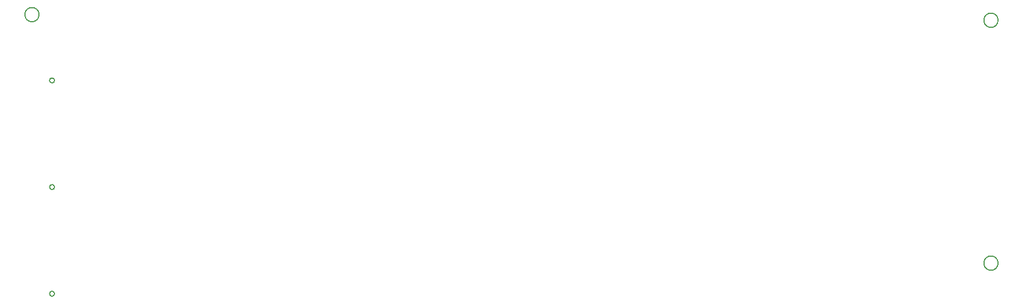
<source format=gbr>
%TF.GenerationSoftware,KiCad,Pcbnew,(5.1.9)-1*%
%TF.CreationDate,2021-05-20T17:24:02+02:00*%
%TF.ProjectId,AR2ISS_Isolator,41523249-5353-45f4-9973-6f6c61746f72,rev?*%
%TF.SameCoordinates,Original*%
%TF.FileFunction,Legend,Bot*%
%TF.FilePolarity,Positive*%
%FSLAX46Y46*%
G04 Gerber Fmt 4.6, Leading zero omitted, Abs format (unit mm)*
G04 Created by KiCad (PCBNEW (5.1.9)-1) date 2021-05-20 17:24:02*
%MOMM*%
%LPD*%
G01*
G04 APERTURE LIST*
%ADD10C,0.150000*%
%ADD11C,0.152400*%
G04 APERTURE END LIST*
D10*
X204142091Y-78430000D02*
G75*
G03*
X204142091Y-78430000I-1082091J0D01*
G01*
D11*
X60381000Y-87595064D02*
G75*
G03*
X60381000Y-87595064I-381000J0D01*
G01*
X60381000Y-120095064D02*
G75*
G03*
X60381000Y-120095064I-381000J0D01*
G01*
X60381000Y-103845067D02*
G75*
G03*
X60381000Y-103845067I-381000J0D01*
G01*
D10*
X204142091Y-115430000D02*
G75*
G03*
X204142091Y-115430000I-1082091J0D01*
G01*
X58022091Y-77570000D02*
G75*
G03*
X58022091Y-77570000I-1082091J0D01*
G01*
M02*

</source>
